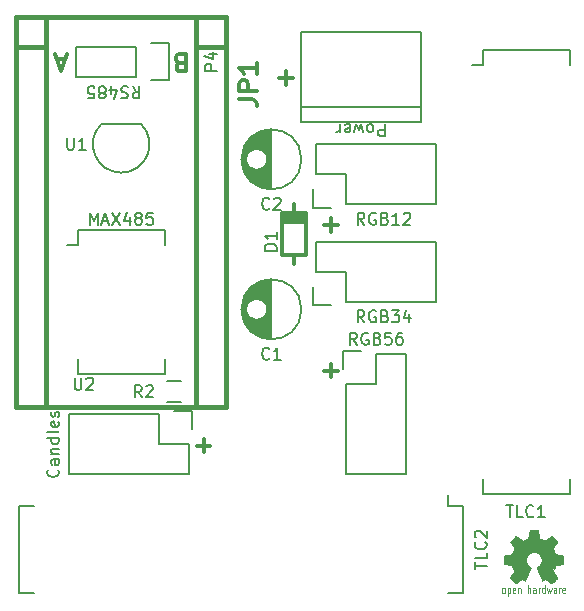
<source format=gbr>
G04 #@! TF.FileFunction,Legend,Top*
%FSLAX46Y46*%
G04 Gerber Fmt 4.6, Leading zero omitted, Abs format (unit mm)*
G04 Created by KiCad (PCBNEW 4.0.2-stable) date 4-8-2016 14:42:32*
%MOMM*%
G01*
G04 APERTURE LIST*
%ADD10C,0.100000*%
%ADD11C,0.300000*%
%ADD12C,0.150000*%
%ADD13C,0.381000*%
%ADD14C,0.075000*%
%ADD15C,0.002540*%
%ADD16C,0.304800*%
%ADD17C,0.203200*%
G04 APERTURE END LIST*
D10*
D11*
X74802143Y-82290000D02*
X74087857Y-82290000D01*
X74945000Y-81861429D02*
X74445000Y-83361429D01*
X73945000Y-81861429D01*
X84497857Y-82647143D02*
X84283571Y-82575714D01*
X84212143Y-82504286D01*
X84140714Y-82361429D01*
X84140714Y-82147143D01*
X84212143Y-82004286D01*
X84283571Y-81932857D01*
X84426429Y-81861429D01*
X84997857Y-81861429D01*
X84997857Y-83361429D01*
X84497857Y-83361429D01*
X84355000Y-83290000D01*
X84283571Y-83218571D01*
X84212143Y-83075714D01*
X84212143Y-82932857D01*
X84283571Y-82790000D01*
X84355000Y-82718571D01*
X84497857Y-82647143D01*
X84997857Y-82647143D01*
D12*
X80485238Y-84627619D02*
X80818572Y-85103810D01*
X81056667Y-84627619D02*
X81056667Y-85627619D01*
X80675714Y-85627619D01*
X80580476Y-85580000D01*
X80532857Y-85532381D01*
X80485238Y-85437143D01*
X80485238Y-85294286D01*
X80532857Y-85199048D01*
X80580476Y-85151429D01*
X80675714Y-85103810D01*
X81056667Y-85103810D01*
X80104286Y-84675238D02*
X79961429Y-84627619D01*
X79723333Y-84627619D01*
X79628095Y-84675238D01*
X79580476Y-84722857D01*
X79532857Y-84818095D01*
X79532857Y-84913333D01*
X79580476Y-85008571D01*
X79628095Y-85056190D01*
X79723333Y-85103810D01*
X79913810Y-85151429D01*
X80009048Y-85199048D01*
X80056667Y-85246667D01*
X80104286Y-85341905D01*
X80104286Y-85437143D01*
X80056667Y-85532381D01*
X80009048Y-85580000D01*
X79913810Y-85627619D01*
X79675714Y-85627619D01*
X79532857Y-85580000D01*
X78675714Y-85294286D02*
X78675714Y-84627619D01*
X78913810Y-85675238D02*
X79151905Y-84960952D01*
X78532857Y-84960952D01*
X78009048Y-85199048D02*
X78104286Y-85246667D01*
X78151905Y-85294286D01*
X78199524Y-85389524D01*
X78199524Y-85437143D01*
X78151905Y-85532381D01*
X78104286Y-85580000D01*
X78009048Y-85627619D01*
X77818571Y-85627619D01*
X77723333Y-85580000D01*
X77675714Y-85532381D01*
X77628095Y-85437143D01*
X77628095Y-85389524D01*
X77675714Y-85294286D01*
X77723333Y-85246667D01*
X77818571Y-85199048D01*
X78009048Y-85199048D01*
X78104286Y-85151429D01*
X78151905Y-85103810D01*
X78199524Y-85008571D01*
X78199524Y-84818095D01*
X78151905Y-84722857D01*
X78104286Y-84675238D01*
X78009048Y-84627619D01*
X77818571Y-84627619D01*
X77723333Y-84675238D01*
X77675714Y-84722857D01*
X77628095Y-84818095D01*
X77628095Y-85008571D01*
X77675714Y-85103810D01*
X77723333Y-85151429D01*
X77818571Y-85199048D01*
X76723333Y-85627619D02*
X77199524Y-85627619D01*
X77247143Y-85151429D01*
X77199524Y-85199048D01*
X77104286Y-85246667D01*
X76866190Y-85246667D01*
X76770952Y-85199048D01*
X76723333Y-85151429D01*
X76675714Y-85056190D01*
X76675714Y-84818095D01*
X76723333Y-84722857D01*
X76770952Y-84675238D01*
X76866190Y-84627619D01*
X77104286Y-84627619D01*
X77199524Y-84675238D01*
X77247143Y-84722857D01*
D11*
X85938572Y-115032143D02*
X87081429Y-115032143D01*
X86510000Y-115603571D02*
X86510000Y-114460714D01*
X96733572Y-108682143D02*
X97876429Y-108682143D01*
X97305000Y-109253571D02*
X97305000Y-108110714D01*
X96733572Y-96363143D02*
X97876429Y-96363143D01*
X97305000Y-96934571D02*
X97305000Y-95791714D01*
X92923572Y-83917143D02*
X94066429Y-83917143D01*
X93495000Y-84488571D02*
X93495000Y-83345714D01*
D12*
X101821191Y-87802619D02*
X101821191Y-88802619D01*
X101440238Y-88802619D01*
X101345000Y-88755000D01*
X101297381Y-88707381D01*
X101249762Y-88612143D01*
X101249762Y-88469286D01*
X101297381Y-88374048D01*
X101345000Y-88326429D01*
X101440238Y-88278810D01*
X101821191Y-88278810D01*
X100678334Y-87802619D02*
X100773572Y-87850238D01*
X100821191Y-87897857D01*
X100868810Y-87993095D01*
X100868810Y-88278810D01*
X100821191Y-88374048D01*
X100773572Y-88421667D01*
X100678334Y-88469286D01*
X100535476Y-88469286D01*
X100440238Y-88421667D01*
X100392619Y-88374048D01*
X100345000Y-88278810D01*
X100345000Y-87993095D01*
X100392619Y-87897857D01*
X100440238Y-87850238D01*
X100535476Y-87802619D01*
X100678334Y-87802619D01*
X100011667Y-88469286D02*
X99821191Y-87802619D01*
X99630714Y-88278810D01*
X99440238Y-87802619D01*
X99249762Y-88469286D01*
X98487857Y-87850238D02*
X98583095Y-87802619D01*
X98773572Y-87802619D01*
X98868810Y-87850238D01*
X98916429Y-87945476D01*
X98916429Y-88326429D01*
X98868810Y-88421667D01*
X98773572Y-88469286D01*
X98583095Y-88469286D01*
X98487857Y-88421667D01*
X98440238Y-88326429D01*
X98440238Y-88231190D01*
X98916429Y-88135952D01*
X98011667Y-87802619D02*
X98011667Y-88469286D01*
X98011667Y-88278810D02*
X97964048Y-88374048D01*
X97916429Y-88421667D01*
X97821191Y-88469286D01*
X97725952Y-88469286D01*
X92170000Y-105994000D02*
X92170000Y-100996000D01*
X92030000Y-105986000D02*
X92030000Y-101004000D01*
X91890000Y-105970000D02*
X91890000Y-103590000D01*
X91890000Y-103400000D02*
X91890000Y-101020000D01*
X91750000Y-105946000D02*
X91750000Y-103985000D01*
X91750000Y-103005000D02*
X91750000Y-101044000D01*
X91610000Y-105913000D02*
X91610000Y-104152000D01*
X91610000Y-102838000D02*
X91610000Y-101077000D01*
X91470000Y-105872000D02*
X91470000Y-104259000D01*
X91470000Y-102731000D02*
X91470000Y-101118000D01*
X91330000Y-105822000D02*
X91330000Y-104330000D01*
X91330000Y-102660000D02*
X91330000Y-101168000D01*
X91190000Y-105761000D02*
X91190000Y-104374000D01*
X91190000Y-102616000D02*
X91190000Y-101229000D01*
X91050000Y-105691000D02*
X91050000Y-104393000D01*
X91050000Y-102597000D02*
X91050000Y-101299000D01*
X90910000Y-105609000D02*
X90910000Y-104391000D01*
X90910000Y-102599000D02*
X90910000Y-101381000D01*
X90770000Y-105514000D02*
X90770000Y-104366000D01*
X90770000Y-102624000D02*
X90770000Y-101476000D01*
X90630000Y-105403000D02*
X90630000Y-104318000D01*
X90630000Y-102672000D02*
X90630000Y-101587000D01*
X90490000Y-105275000D02*
X90490000Y-104240000D01*
X90490000Y-102750000D02*
X90490000Y-101715000D01*
X90350000Y-105126000D02*
X90350000Y-104123000D01*
X90350000Y-102867000D02*
X90350000Y-101864000D01*
X90210000Y-104947000D02*
X90210000Y-103935000D01*
X90210000Y-103055000D02*
X90210000Y-102043000D01*
X90070000Y-104728000D02*
X90070000Y-102262000D01*
X89930000Y-104439000D02*
X89930000Y-102551000D01*
X89790000Y-103967000D02*
X89790000Y-103023000D01*
X91895000Y-103495000D02*
G75*
G03X91895000Y-103495000I-900000J0D01*
G01*
X94782500Y-103495000D02*
G75*
G03X94782500Y-103495000I-2537500J0D01*
G01*
X92170000Y-93294000D02*
X92170000Y-88296000D01*
X92030000Y-93286000D02*
X92030000Y-88304000D01*
X91890000Y-93270000D02*
X91890000Y-90890000D01*
X91890000Y-90700000D02*
X91890000Y-88320000D01*
X91750000Y-93246000D02*
X91750000Y-91285000D01*
X91750000Y-90305000D02*
X91750000Y-88344000D01*
X91610000Y-93213000D02*
X91610000Y-91452000D01*
X91610000Y-90138000D02*
X91610000Y-88377000D01*
X91470000Y-93172000D02*
X91470000Y-91559000D01*
X91470000Y-90031000D02*
X91470000Y-88418000D01*
X91330000Y-93122000D02*
X91330000Y-91630000D01*
X91330000Y-89960000D02*
X91330000Y-88468000D01*
X91190000Y-93061000D02*
X91190000Y-91674000D01*
X91190000Y-89916000D02*
X91190000Y-88529000D01*
X91050000Y-92991000D02*
X91050000Y-91693000D01*
X91050000Y-89897000D02*
X91050000Y-88599000D01*
X90910000Y-92909000D02*
X90910000Y-91691000D01*
X90910000Y-89899000D02*
X90910000Y-88681000D01*
X90770000Y-92814000D02*
X90770000Y-91666000D01*
X90770000Y-89924000D02*
X90770000Y-88776000D01*
X90630000Y-92703000D02*
X90630000Y-91618000D01*
X90630000Y-89972000D02*
X90630000Y-88887000D01*
X90490000Y-92575000D02*
X90490000Y-91540000D01*
X90490000Y-90050000D02*
X90490000Y-89015000D01*
X90350000Y-92426000D02*
X90350000Y-91423000D01*
X90350000Y-90167000D02*
X90350000Y-89164000D01*
X90210000Y-92247000D02*
X90210000Y-91235000D01*
X90210000Y-90355000D02*
X90210000Y-89343000D01*
X90070000Y-92028000D02*
X90070000Y-89562000D01*
X89930000Y-91739000D02*
X89930000Y-89851000D01*
X89790000Y-91267000D02*
X89790000Y-90323000D01*
X91895000Y-90795000D02*
G75*
G03X91895000Y-90795000I-900000J0D01*
G01*
X94782500Y-90795000D02*
G75*
G03X94782500Y-90795000I-2537500J0D01*
G01*
D13*
X85875000Y-78730000D02*
X85875000Y-111750000D01*
X88415000Y-78730000D02*
X88415000Y-111750000D01*
X70635000Y-111750000D02*
X70635000Y-78730000D01*
X73175000Y-78730000D02*
X73175000Y-111750000D01*
X70635000Y-111750000D02*
X88415000Y-111750000D01*
X70635000Y-78730000D02*
X88415000Y-78730000D01*
X88415000Y-81270000D02*
X85875000Y-81270000D01*
X70635000Y-81270000D02*
X73175000Y-81270000D01*
D12*
X98575000Y-94605000D02*
X106195000Y-94605000D01*
X106195000Y-94605000D02*
X106195000Y-89525000D01*
X106195000Y-89525000D02*
X96035000Y-89525000D01*
X96035000Y-89525000D02*
X96035000Y-92065000D01*
X95755000Y-93335000D02*
X95755000Y-94885000D01*
X96035000Y-92065000D02*
X98575000Y-92065000D01*
X98575000Y-92065000D02*
X98575000Y-94605000D01*
X95755000Y-94885000D02*
X97305000Y-94885000D01*
X104925000Y-86350000D02*
X94765000Y-86350000D01*
X104925000Y-87620000D02*
X104925000Y-80000000D01*
X104925000Y-80000000D02*
X94765000Y-80000000D01*
X94765000Y-80000000D02*
X94765000Y-87620000D01*
X94765000Y-87620000D02*
X104925000Y-87620000D01*
X98575000Y-102860000D02*
X106195000Y-102860000D01*
X106195000Y-102860000D02*
X106195000Y-97780000D01*
X106195000Y-97780000D02*
X96035000Y-97780000D01*
X96035000Y-97780000D02*
X96035000Y-100320000D01*
X95755000Y-101590000D02*
X95755000Y-103140000D01*
X96035000Y-100320000D02*
X98575000Y-100320000D01*
X98575000Y-100320000D02*
X98575000Y-102860000D01*
X95755000Y-103140000D02*
X97305000Y-103140000D01*
X80795000Y-81270000D02*
X75715000Y-81270000D01*
X75715000Y-81270000D02*
X75715000Y-83810000D01*
X75715000Y-83810000D02*
X80795000Y-83810000D01*
X83615000Y-84090000D02*
X82065000Y-84090000D01*
X80795000Y-83810000D02*
X80795000Y-81270000D01*
X82065000Y-80990000D02*
X83615000Y-80990000D01*
X83615000Y-80990000D02*
X83615000Y-84090000D01*
X98575000Y-109845000D02*
X98575000Y-117465000D01*
X98575000Y-117465000D02*
X103655000Y-117465000D01*
X103655000Y-117465000D02*
X103655000Y-107305000D01*
X103655000Y-107305000D02*
X101115000Y-107305000D01*
X99845000Y-107025000D02*
X98295000Y-107025000D01*
X101115000Y-107305000D02*
X101115000Y-109845000D01*
X101115000Y-109845000D02*
X98575000Y-109845000D01*
X98295000Y-107025000D02*
X98295000Y-108575000D01*
X82700000Y-112385000D02*
X75080000Y-112385000D01*
X75080000Y-112385000D02*
X75080000Y-117465000D01*
X75080000Y-117465000D02*
X85240000Y-117465000D01*
X85240000Y-117465000D02*
X85240000Y-114925000D01*
X85520000Y-113655000D02*
X85520000Y-112105000D01*
X85240000Y-114925000D02*
X82700000Y-114925000D01*
X82700000Y-114925000D02*
X82700000Y-112385000D01*
X85520000Y-112105000D02*
X83970000Y-112105000D01*
X81225000Y-87825000D02*
X77825000Y-87825000D01*
X81222056Y-87827944D02*
G75*
G02X79525000Y-91925000I-1697056J-1697056D01*
G01*
X77827944Y-87827944D02*
G75*
G03X79525000Y-91925000I1697056J-1697056D01*
G01*
X75850000Y-96755000D02*
X75850000Y-98025000D01*
X83200000Y-96755000D02*
X83200000Y-98025000D01*
X83200000Y-108965000D02*
X83200000Y-107695000D01*
X75850000Y-108965000D02*
X75850000Y-107695000D01*
X75850000Y-96755000D02*
X83200000Y-96755000D01*
X75850000Y-108965000D02*
X83200000Y-108965000D01*
X75850000Y-98025000D02*
X74915000Y-98025000D01*
X84570000Y-111355000D02*
X83370000Y-111355000D01*
X83370000Y-109605000D02*
X84570000Y-109605000D01*
X110140000Y-81515000D02*
X110140000Y-82785000D01*
X117490000Y-81515000D02*
X117490000Y-82785000D01*
X117490000Y-119125000D02*
X117490000Y-117855000D01*
X110140000Y-119125000D02*
X110140000Y-117855000D01*
X110140000Y-81515000D02*
X117490000Y-81515000D01*
X110140000Y-119125000D02*
X117490000Y-119125000D01*
X110140000Y-82785000D02*
X109205000Y-82785000D01*
X108490000Y-120140000D02*
X107220000Y-120140000D01*
X108490000Y-127490000D02*
X107220000Y-127490000D01*
X70880000Y-127490000D02*
X72150000Y-127490000D01*
X70880000Y-120140000D02*
X72150000Y-120140000D01*
X108490000Y-120140000D02*
X108490000Y-127490000D01*
X70880000Y-120140000D02*
X70880000Y-127490000D01*
X107220000Y-120140000D02*
X107220000Y-119205000D01*
D14*
X116610000Y-127070000D02*
X116610000Y-127530000D01*
X116700000Y-127070000D02*
X116750000Y-127070000D01*
X116650000Y-127100000D02*
X116700000Y-127070000D01*
X116630000Y-127120000D02*
X116650000Y-127100000D01*
X116610000Y-127190000D02*
X116630000Y-127120000D01*
X117050000Y-127530000D02*
X117100000Y-127500000D01*
X116950000Y-127530000D02*
X117050000Y-127530000D01*
X116910000Y-127500000D02*
X116950000Y-127530000D01*
X116890000Y-127430000D02*
X116910000Y-127500000D01*
X116890000Y-127160000D02*
X116890000Y-127430000D01*
X116920000Y-127100000D02*
X116890000Y-127160000D01*
X116960000Y-127070000D02*
X116920000Y-127100000D01*
X117060000Y-127070000D02*
X116960000Y-127070000D01*
X117100000Y-127110000D02*
X117060000Y-127070000D01*
X117120000Y-127180000D02*
X117100000Y-127110000D01*
X117120000Y-127300000D02*
X117120000Y-127180000D01*
X117120000Y-127300000D02*
X116890000Y-127300000D01*
X116370000Y-127160000D02*
X116370000Y-127530000D01*
X116340000Y-127100000D02*
X116370000Y-127160000D01*
X116300000Y-127070000D02*
X116340000Y-127100000D01*
X116200000Y-127070000D02*
X116300000Y-127070000D01*
X116150000Y-127100000D02*
X116200000Y-127070000D01*
X116210000Y-127260000D02*
X116160000Y-127290000D01*
X116330000Y-127260000D02*
X116210000Y-127260000D01*
X116370000Y-127230000D02*
X116330000Y-127260000D01*
X116320000Y-127530000D02*
X116370000Y-127490000D01*
X116200000Y-127530000D02*
X116320000Y-127530000D01*
X116150000Y-127490000D02*
X116200000Y-127530000D01*
X116130000Y-127430000D02*
X116150000Y-127490000D01*
X116130000Y-127360000D02*
X116130000Y-127430000D01*
X116160000Y-127290000D02*
X116130000Y-127360000D01*
X115580000Y-127070000D02*
X115680000Y-127530000D01*
X115680000Y-127530000D02*
X115770000Y-127190000D01*
X115770000Y-127190000D02*
X115870000Y-127530000D01*
X115870000Y-127530000D02*
X115970000Y-127070000D01*
X115390000Y-127500000D02*
X115350000Y-127530000D01*
X115350000Y-127530000D02*
X115240000Y-127530000D01*
X115240000Y-127530000D02*
X115200000Y-127500000D01*
X115200000Y-127500000D02*
X115180000Y-127470000D01*
X115180000Y-127470000D02*
X115150000Y-127400000D01*
X115150000Y-127400000D02*
X115150000Y-127200000D01*
X115150000Y-127200000D02*
X115180000Y-127130000D01*
X115180000Y-127130000D02*
X115200000Y-127100000D01*
X115200000Y-127100000D02*
X115260000Y-127060000D01*
X115260000Y-127060000D02*
X115330000Y-127060000D01*
X115330000Y-127060000D02*
X115390000Y-127100000D01*
X115390000Y-126830000D02*
X115390000Y-127530000D01*
X114870000Y-127190000D02*
X114890000Y-127120000D01*
X114890000Y-127120000D02*
X114910000Y-127100000D01*
X114910000Y-127100000D02*
X114960000Y-127070000D01*
X114960000Y-127070000D02*
X115010000Y-127070000D01*
X114870000Y-127070000D02*
X114870000Y-127530000D01*
X114420000Y-127290000D02*
X114390000Y-127360000D01*
X114390000Y-127360000D02*
X114390000Y-127430000D01*
X114390000Y-127430000D02*
X114410000Y-127490000D01*
X114410000Y-127490000D02*
X114460000Y-127530000D01*
X114460000Y-127530000D02*
X114580000Y-127530000D01*
X114580000Y-127530000D02*
X114630000Y-127490000D01*
X114630000Y-127230000D02*
X114590000Y-127260000D01*
X114590000Y-127260000D02*
X114470000Y-127260000D01*
X114470000Y-127260000D02*
X114420000Y-127290000D01*
X114410000Y-127100000D02*
X114460000Y-127070000D01*
X114460000Y-127070000D02*
X114560000Y-127070000D01*
X114560000Y-127070000D02*
X114600000Y-127100000D01*
X114600000Y-127100000D02*
X114630000Y-127160000D01*
X114630000Y-127160000D02*
X114630000Y-127530000D01*
X113960000Y-127140000D02*
X113980000Y-127100000D01*
X113980000Y-127100000D02*
X114030000Y-127070000D01*
X114030000Y-127070000D02*
X114110000Y-127070000D01*
X114110000Y-127070000D02*
X114150000Y-127100000D01*
X114150000Y-127100000D02*
X114170000Y-127160000D01*
X114170000Y-127160000D02*
X114170000Y-127530000D01*
X113960000Y-126830000D02*
X113960000Y-127530000D01*
X112910000Y-127300000D02*
X112680000Y-127300000D01*
X113130000Y-127130000D02*
X113150000Y-127100000D01*
X113150000Y-127100000D02*
X113190000Y-127070000D01*
X113190000Y-127070000D02*
X113280000Y-127070000D01*
X113280000Y-127070000D02*
X113320000Y-127100000D01*
X113320000Y-127100000D02*
X113340000Y-127160000D01*
X113340000Y-127160000D02*
X113340000Y-127530000D01*
X113130000Y-127070000D02*
X113130000Y-127530000D01*
X112910000Y-127300000D02*
X112910000Y-127180000D01*
X112910000Y-127180000D02*
X112890000Y-127110000D01*
X112890000Y-127110000D02*
X112850000Y-127070000D01*
X112850000Y-127070000D02*
X112750000Y-127070000D01*
X112750000Y-127070000D02*
X112710000Y-127100000D01*
X112710000Y-127100000D02*
X112680000Y-127160000D01*
X112680000Y-127160000D02*
X112680000Y-127430000D01*
X112680000Y-127430000D02*
X112700000Y-127500000D01*
X112700000Y-127500000D02*
X112740000Y-127530000D01*
X112740000Y-127530000D02*
X112840000Y-127530000D01*
X112840000Y-127530000D02*
X112890000Y-127500000D01*
X112250000Y-127100000D02*
X112290000Y-127070000D01*
X112290000Y-127070000D02*
X112390000Y-127070000D01*
X112390000Y-127070000D02*
X112430000Y-127100000D01*
X112430000Y-127100000D02*
X112460000Y-127130000D01*
X112460000Y-127130000D02*
X112480000Y-127190000D01*
X112480000Y-127190000D02*
X112480000Y-127410000D01*
X112480000Y-127410000D02*
X112460000Y-127470000D01*
X112460000Y-127470000D02*
X112440000Y-127500000D01*
X112440000Y-127500000D02*
X112400000Y-127530000D01*
X112400000Y-127530000D02*
X112300000Y-127530000D01*
X112300000Y-127530000D02*
X112250000Y-127500000D01*
X112250000Y-127770000D02*
X112250000Y-127070000D01*
X111940000Y-127070000D02*
X111860000Y-127070000D01*
X111860000Y-127070000D02*
X111820000Y-127100000D01*
X111820000Y-127100000D02*
X111800000Y-127130000D01*
X111800000Y-127130000D02*
X111770000Y-127200000D01*
X111860000Y-127530000D02*
X111940000Y-127530000D01*
X111940000Y-127530000D02*
X111990000Y-127500000D01*
X111990000Y-127500000D02*
X112010000Y-127470000D01*
X112010000Y-127470000D02*
X112030000Y-127400000D01*
X112030000Y-127400000D02*
X112030000Y-127200000D01*
X112030000Y-127200000D02*
X112010000Y-127140000D01*
X112010000Y-127140000D02*
X111990000Y-127110000D01*
X111990000Y-127110000D02*
X111940000Y-127070000D01*
X111770000Y-127200000D02*
X111770000Y-127400000D01*
X111770000Y-127400000D02*
X111790000Y-127460000D01*
X111790000Y-127460000D02*
X111810000Y-127490000D01*
X111810000Y-127490000D02*
X111860000Y-127530000D01*
D15*
G36*
X112936160Y-126695360D02*
X112961560Y-126680120D01*
X113019980Y-126644560D01*
X113103800Y-126588680D01*
X113202860Y-126522640D01*
X113301920Y-126456600D01*
X113383200Y-126403260D01*
X113439080Y-126365160D01*
X113464480Y-126352460D01*
X113477180Y-126357540D01*
X113522900Y-126380400D01*
X113591480Y-126415960D01*
X113632120Y-126436280D01*
X113693080Y-126461680D01*
X113726100Y-126469300D01*
X113731180Y-126459140D01*
X113754040Y-126410880D01*
X113789600Y-126329600D01*
X113835320Y-126220380D01*
X113891200Y-126093380D01*
X113947080Y-125958760D01*
X114005500Y-125819060D01*
X114061380Y-125684440D01*
X114109640Y-125565060D01*
X114150280Y-125468540D01*
X114175680Y-125399960D01*
X114185840Y-125372020D01*
X114183300Y-125364400D01*
X114150280Y-125333920D01*
X114096940Y-125293280D01*
X113977560Y-125196760D01*
X113860720Y-125051980D01*
X113789600Y-124886880D01*
X113766740Y-124701460D01*
X113787060Y-124531280D01*
X113853100Y-124368720D01*
X113967400Y-124221400D01*
X114107100Y-124112180D01*
X114269660Y-124043600D01*
X114450000Y-124020740D01*
X114622720Y-124041060D01*
X114790360Y-124107100D01*
X114937680Y-124218860D01*
X115001180Y-124289980D01*
X115087540Y-124439840D01*
X115135800Y-124597320D01*
X115140880Y-124637960D01*
X115133260Y-124813220D01*
X115082460Y-124983400D01*
X114988480Y-125133260D01*
X114858940Y-125257720D01*
X114843700Y-125267880D01*
X114785280Y-125313600D01*
X114744640Y-125344080D01*
X114714160Y-125369480D01*
X114937680Y-125907960D01*
X114973240Y-125991780D01*
X115034200Y-126139100D01*
X115087540Y-126266100D01*
X115130720Y-126367700D01*
X115161200Y-126433740D01*
X115173900Y-126461680D01*
X115173900Y-126464220D01*
X115194220Y-126466760D01*
X115234860Y-126451520D01*
X115311060Y-126415960D01*
X115359320Y-126390560D01*
X115417740Y-126362620D01*
X115443140Y-126352460D01*
X115466000Y-126365160D01*
X115519340Y-126400720D01*
X115600620Y-126454060D01*
X115697140Y-126517560D01*
X115788580Y-126581060D01*
X115872400Y-126636940D01*
X115933360Y-126675040D01*
X115963840Y-126692820D01*
X115968920Y-126692820D01*
X115994320Y-126677580D01*
X116042580Y-126636940D01*
X116116240Y-126568360D01*
X116220380Y-126464220D01*
X116235620Y-126448980D01*
X116321980Y-126362620D01*
X116390560Y-126288960D01*
X116436280Y-126238160D01*
X116454060Y-126215300D01*
X116454060Y-126215300D01*
X116438820Y-126184820D01*
X116400720Y-126123860D01*
X116344840Y-126037500D01*
X116276260Y-125938440D01*
X116098460Y-125679360D01*
X116194980Y-125435520D01*
X116225460Y-125359320D01*
X116263560Y-125270420D01*
X116291500Y-125204380D01*
X116306740Y-125176440D01*
X116332140Y-125166280D01*
X116400720Y-125151040D01*
X116497240Y-125130720D01*
X116611540Y-125110400D01*
X116723300Y-125090080D01*
X116822360Y-125069760D01*
X116893480Y-125057060D01*
X116926500Y-125049440D01*
X116934120Y-125044360D01*
X116941740Y-125029120D01*
X116944280Y-124996100D01*
X116946820Y-124935140D01*
X116949360Y-124841160D01*
X116949360Y-124701460D01*
X116949360Y-124686220D01*
X116946820Y-124556680D01*
X116944280Y-124450000D01*
X116941740Y-124383960D01*
X116936660Y-124356020D01*
X116936660Y-124356020D01*
X116906180Y-124348400D01*
X116835060Y-124333160D01*
X116736000Y-124315380D01*
X116616620Y-124292520D01*
X116609000Y-124289980D01*
X116492160Y-124267120D01*
X116393100Y-124246800D01*
X116321980Y-124231560D01*
X116294040Y-124221400D01*
X116286420Y-124213780D01*
X116263560Y-124168060D01*
X116230540Y-124094400D01*
X116189900Y-124005500D01*
X116151800Y-123911520D01*
X116118780Y-123827700D01*
X116095920Y-123766740D01*
X116088300Y-123738800D01*
X116090840Y-123736260D01*
X116108620Y-123708320D01*
X116149260Y-123647360D01*
X116205140Y-123563540D01*
X116273720Y-123461940D01*
X116278800Y-123454320D01*
X116347380Y-123355260D01*
X116403260Y-123268900D01*
X116438820Y-123210480D01*
X116454060Y-123182540D01*
X116454060Y-123180000D01*
X116431200Y-123149520D01*
X116380400Y-123093640D01*
X116306740Y-123017440D01*
X116220380Y-122928540D01*
X116192440Y-122903140D01*
X116093380Y-122806620D01*
X116027340Y-122745660D01*
X115984160Y-122712640D01*
X115963840Y-122705020D01*
X115963840Y-122705020D01*
X115933360Y-122722800D01*
X115869860Y-122763440D01*
X115786040Y-122821860D01*
X115684440Y-122890440D01*
X115676820Y-122895520D01*
X115577760Y-122964100D01*
X115493940Y-123019980D01*
X115435520Y-123060620D01*
X115407580Y-123075860D01*
X115405040Y-123075860D01*
X115364400Y-123063160D01*
X115293280Y-123037760D01*
X115204380Y-123004740D01*
X115112940Y-122966640D01*
X115029120Y-122931080D01*
X114965620Y-122903140D01*
X114935140Y-122885360D01*
X114935140Y-122885360D01*
X114924980Y-122849800D01*
X114907200Y-122773600D01*
X114886880Y-122672000D01*
X114861480Y-122550080D01*
X114858940Y-122529760D01*
X114836080Y-122410380D01*
X114818300Y-122311320D01*
X114803060Y-122242740D01*
X114795440Y-122214800D01*
X114780200Y-122212260D01*
X114721780Y-122207180D01*
X114632880Y-122204640D01*
X114523660Y-122204640D01*
X114411900Y-122204640D01*
X114302680Y-122207180D01*
X114208700Y-122209720D01*
X114140120Y-122214800D01*
X114112180Y-122219880D01*
X114112180Y-122222420D01*
X114102020Y-122260520D01*
X114084240Y-122334180D01*
X114063920Y-122438320D01*
X114041060Y-122560240D01*
X114035980Y-122583100D01*
X114013120Y-122699940D01*
X113992800Y-122799000D01*
X113980100Y-122865040D01*
X113972480Y-122892980D01*
X113959780Y-122898060D01*
X113911520Y-122918380D01*
X113832780Y-122951400D01*
X113733720Y-122992040D01*
X113505120Y-123083480D01*
X113223180Y-122892980D01*
X113197780Y-122875200D01*
X113096180Y-122806620D01*
X113014900Y-122750740D01*
X112956480Y-122712640D01*
X112933620Y-122699940D01*
X112931080Y-122699940D01*
X112903140Y-122725340D01*
X112847260Y-122778680D01*
X112771060Y-122852340D01*
X112682160Y-122938700D01*
X112618660Y-123004740D01*
X112539920Y-123083480D01*
X112491660Y-123136820D01*
X112463720Y-123169840D01*
X112456100Y-123190160D01*
X112458640Y-123205400D01*
X112476420Y-123233340D01*
X112517060Y-123294300D01*
X112575480Y-123380660D01*
X112644060Y-123479720D01*
X112699940Y-123563540D01*
X112760900Y-123657520D01*
X112799000Y-123723560D01*
X112814240Y-123756580D01*
X112809160Y-123769280D01*
X112791380Y-123825160D01*
X112755820Y-123908980D01*
X112715180Y-124008040D01*
X112616120Y-124229020D01*
X112471340Y-124256960D01*
X112382440Y-124274740D01*
X112260520Y-124297600D01*
X112141140Y-124320460D01*
X111958260Y-124356020D01*
X111950640Y-125031660D01*
X111978580Y-125044360D01*
X112006520Y-125051980D01*
X112075100Y-125067220D01*
X112171620Y-125087540D01*
X112288460Y-125107860D01*
X112384980Y-125125640D01*
X112484040Y-125145960D01*
X112555160Y-125158660D01*
X112585640Y-125166280D01*
X112595800Y-125176440D01*
X112618660Y-125224700D01*
X112654220Y-125300900D01*
X112694860Y-125392340D01*
X112732960Y-125486320D01*
X112768520Y-125575220D01*
X112791380Y-125641260D01*
X112801540Y-125674280D01*
X112788840Y-125702220D01*
X112750740Y-125760640D01*
X112697400Y-125841920D01*
X112628820Y-125940980D01*
X112562780Y-126037500D01*
X112504360Y-126121320D01*
X112466260Y-126182280D01*
X112448480Y-126210220D01*
X112458640Y-126228000D01*
X112496740Y-126276260D01*
X112570400Y-126352460D01*
X112682160Y-126461680D01*
X112699940Y-126479460D01*
X112786300Y-126563280D01*
X112859960Y-126631860D01*
X112913300Y-126677580D01*
X112936160Y-126695360D01*
X112936160Y-126695360D01*
G37*
X112936160Y-126695360D02*
X112961560Y-126680120D01*
X113019980Y-126644560D01*
X113103800Y-126588680D01*
X113202860Y-126522640D01*
X113301920Y-126456600D01*
X113383200Y-126403260D01*
X113439080Y-126365160D01*
X113464480Y-126352460D01*
X113477180Y-126357540D01*
X113522900Y-126380400D01*
X113591480Y-126415960D01*
X113632120Y-126436280D01*
X113693080Y-126461680D01*
X113726100Y-126469300D01*
X113731180Y-126459140D01*
X113754040Y-126410880D01*
X113789600Y-126329600D01*
X113835320Y-126220380D01*
X113891200Y-126093380D01*
X113947080Y-125958760D01*
X114005500Y-125819060D01*
X114061380Y-125684440D01*
X114109640Y-125565060D01*
X114150280Y-125468540D01*
X114175680Y-125399960D01*
X114185840Y-125372020D01*
X114183300Y-125364400D01*
X114150280Y-125333920D01*
X114096940Y-125293280D01*
X113977560Y-125196760D01*
X113860720Y-125051980D01*
X113789600Y-124886880D01*
X113766740Y-124701460D01*
X113787060Y-124531280D01*
X113853100Y-124368720D01*
X113967400Y-124221400D01*
X114107100Y-124112180D01*
X114269660Y-124043600D01*
X114450000Y-124020740D01*
X114622720Y-124041060D01*
X114790360Y-124107100D01*
X114937680Y-124218860D01*
X115001180Y-124289980D01*
X115087540Y-124439840D01*
X115135800Y-124597320D01*
X115140880Y-124637960D01*
X115133260Y-124813220D01*
X115082460Y-124983400D01*
X114988480Y-125133260D01*
X114858940Y-125257720D01*
X114843700Y-125267880D01*
X114785280Y-125313600D01*
X114744640Y-125344080D01*
X114714160Y-125369480D01*
X114937680Y-125907960D01*
X114973240Y-125991780D01*
X115034200Y-126139100D01*
X115087540Y-126266100D01*
X115130720Y-126367700D01*
X115161200Y-126433740D01*
X115173900Y-126461680D01*
X115173900Y-126464220D01*
X115194220Y-126466760D01*
X115234860Y-126451520D01*
X115311060Y-126415960D01*
X115359320Y-126390560D01*
X115417740Y-126362620D01*
X115443140Y-126352460D01*
X115466000Y-126365160D01*
X115519340Y-126400720D01*
X115600620Y-126454060D01*
X115697140Y-126517560D01*
X115788580Y-126581060D01*
X115872400Y-126636940D01*
X115933360Y-126675040D01*
X115963840Y-126692820D01*
X115968920Y-126692820D01*
X115994320Y-126677580D01*
X116042580Y-126636940D01*
X116116240Y-126568360D01*
X116220380Y-126464220D01*
X116235620Y-126448980D01*
X116321980Y-126362620D01*
X116390560Y-126288960D01*
X116436280Y-126238160D01*
X116454060Y-126215300D01*
X116454060Y-126215300D01*
X116438820Y-126184820D01*
X116400720Y-126123860D01*
X116344840Y-126037500D01*
X116276260Y-125938440D01*
X116098460Y-125679360D01*
X116194980Y-125435520D01*
X116225460Y-125359320D01*
X116263560Y-125270420D01*
X116291500Y-125204380D01*
X116306740Y-125176440D01*
X116332140Y-125166280D01*
X116400720Y-125151040D01*
X116497240Y-125130720D01*
X116611540Y-125110400D01*
X116723300Y-125090080D01*
X116822360Y-125069760D01*
X116893480Y-125057060D01*
X116926500Y-125049440D01*
X116934120Y-125044360D01*
X116941740Y-125029120D01*
X116944280Y-124996100D01*
X116946820Y-124935140D01*
X116949360Y-124841160D01*
X116949360Y-124701460D01*
X116949360Y-124686220D01*
X116946820Y-124556680D01*
X116944280Y-124450000D01*
X116941740Y-124383960D01*
X116936660Y-124356020D01*
X116936660Y-124356020D01*
X116906180Y-124348400D01*
X116835060Y-124333160D01*
X116736000Y-124315380D01*
X116616620Y-124292520D01*
X116609000Y-124289980D01*
X116492160Y-124267120D01*
X116393100Y-124246800D01*
X116321980Y-124231560D01*
X116294040Y-124221400D01*
X116286420Y-124213780D01*
X116263560Y-124168060D01*
X116230540Y-124094400D01*
X116189900Y-124005500D01*
X116151800Y-123911520D01*
X116118780Y-123827700D01*
X116095920Y-123766740D01*
X116088300Y-123738800D01*
X116090840Y-123736260D01*
X116108620Y-123708320D01*
X116149260Y-123647360D01*
X116205140Y-123563540D01*
X116273720Y-123461940D01*
X116278800Y-123454320D01*
X116347380Y-123355260D01*
X116403260Y-123268900D01*
X116438820Y-123210480D01*
X116454060Y-123182540D01*
X116454060Y-123180000D01*
X116431200Y-123149520D01*
X116380400Y-123093640D01*
X116306740Y-123017440D01*
X116220380Y-122928540D01*
X116192440Y-122903140D01*
X116093380Y-122806620D01*
X116027340Y-122745660D01*
X115984160Y-122712640D01*
X115963840Y-122705020D01*
X115963840Y-122705020D01*
X115933360Y-122722800D01*
X115869860Y-122763440D01*
X115786040Y-122821860D01*
X115684440Y-122890440D01*
X115676820Y-122895520D01*
X115577760Y-122964100D01*
X115493940Y-123019980D01*
X115435520Y-123060620D01*
X115407580Y-123075860D01*
X115405040Y-123075860D01*
X115364400Y-123063160D01*
X115293280Y-123037760D01*
X115204380Y-123004740D01*
X115112940Y-122966640D01*
X115029120Y-122931080D01*
X114965620Y-122903140D01*
X114935140Y-122885360D01*
X114935140Y-122885360D01*
X114924980Y-122849800D01*
X114907200Y-122773600D01*
X114886880Y-122672000D01*
X114861480Y-122550080D01*
X114858940Y-122529760D01*
X114836080Y-122410380D01*
X114818300Y-122311320D01*
X114803060Y-122242740D01*
X114795440Y-122214800D01*
X114780200Y-122212260D01*
X114721780Y-122207180D01*
X114632880Y-122204640D01*
X114523660Y-122204640D01*
X114411900Y-122204640D01*
X114302680Y-122207180D01*
X114208700Y-122209720D01*
X114140120Y-122214800D01*
X114112180Y-122219880D01*
X114112180Y-122222420D01*
X114102020Y-122260520D01*
X114084240Y-122334180D01*
X114063920Y-122438320D01*
X114041060Y-122560240D01*
X114035980Y-122583100D01*
X114013120Y-122699940D01*
X113992800Y-122799000D01*
X113980100Y-122865040D01*
X113972480Y-122892980D01*
X113959780Y-122898060D01*
X113911520Y-122918380D01*
X113832780Y-122951400D01*
X113733720Y-122992040D01*
X113505120Y-123083480D01*
X113223180Y-122892980D01*
X113197780Y-122875200D01*
X113096180Y-122806620D01*
X113014900Y-122750740D01*
X112956480Y-122712640D01*
X112933620Y-122699940D01*
X112931080Y-122699940D01*
X112903140Y-122725340D01*
X112847260Y-122778680D01*
X112771060Y-122852340D01*
X112682160Y-122938700D01*
X112618660Y-123004740D01*
X112539920Y-123083480D01*
X112491660Y-123136820D01*
X112463720Y-123169840D01*
X112456100Y-123190160D01*
X112458640Y-123205400D01*
X112476420Y-123233340D01*
X112517060Y-123294300D01*
X112575480Y-123380660D01*
X112644060Y-123479720D01*
X112699940Y-123563540D01*
X112760900Y-123657520D01*
X112799000Y-123723560D01*
X112814240Y-123756580D01*
X112809160Y-123769280D01*
X112791380Y-123825160D01*
X112755820Y-123908980D01*
X112715180Y-124008040D01*
X112616120Y-124229020D01*
X112471340Y-124256960D01*
X112382440Y-124274740D01*
X112260520Y-124297600D01*
X112141140Y-124320460D01*
X111958260Y-124356020D01*
X111950640Y-125031660D01*
X111978580Y-125044360D01*
X112006520Y-125051980D01*
X112075100Y-125067220D01*
X112171620Y-125087540D01*
X112288460Y-125107860D01*
X112384980Y-125125640D01*
X112484040Y-125145960D01*
X112555160Y-125158660D01*
X112585640Y-125166280D01*
X112595800Y-125176440D01*
X112618660Y-125224700D01*
X112654220Y-125300900D01*
X112694860Y-125392340D01*
X112732960Y-125486320D01*
X112768520Y-125575220D01*
X112791380Y-125641260D01*
X112801540Y-125674280D01*
X112788840Y-125702220D01*
X112750740Y-125760640D01*
X112697400Y-125841920D01*
X112628820Y-125940980D01*
X112562780Y-126037500D01*
X112504360Y-126121320D01*
X112466260Y-126182280D01*
X112448480Y-126210220D01*
X112458640Y-126228000D01*
X112496740Y-126276260D01*
X112570400Y-126352460D01*
X112682160Y-126461680D01*
X112699940Y-126479460D01*
X112786300Y-126563280D01*
X112859960Y-126631860D01*
X112913300Y-126677580D01*
X112936160Y-126695360D01*
D16*
X93114000Y-95621000D02*
X95146000Y-95621000D01*
X94130000Y-94605000D02*
X94130000Y-95367000D01*
X94130000Y-95367000D02*
X93114000Y-95367000D01*
X93114000Y-95367000D02*
X93114000Y-98923000D01*
X93114000Y-98923000D02*
X94130000Y-98923000D01*
X94130000Y-98923000D02*
X94130000Y-99685000D01*
X94130000Y-98923000D02*
X95146000Y-98923000D01*
X95146000Y-98923000D02*
X95146000Y-95367000D01*
X95146000Y-95367000D02*
X94130000Y-95367000D01*
X93114000Y-95875000D02*
X95146000Y-95875000D01*
X95146000Y-96129000D02*
X93114000Y-96129000D01*
D12*
X92078334Y-107652143D02*
X92030715Y-107699762D01*
X91887858Y-107747381D01*
X91792620Y-107747381D01*
X91649762Y-107699762D01*
X91554524Y-107604524D01*
X91506905Y-107509286D01*
X91459286Y-107318810D01*
X91459286Y-107175952D01*
X91506905Y-106985476D01*
X91554524Y-106890238D01*
X91649762Y-106795000D01*
X91792620Y-106747381D01*
X91887858Y-106747381D01*
X92030715Y-106795000D01*
X92078334Y-106842619D01*
X93030715Y-107747381D02*
X92459286Y-107747381D01*
X92745000Y-107747381D02*
X92745000Y-106747381D01*
X92649762Y-106890238D01*
X92554524Y-106985476D01*
X92459286Y-107033095D01*
X92078334Y-94952143D02*
X92030715Y-94999762D01*
X91887858Y-95047381D01*
X91792620Y-95047381D01*
X91649762Y-94999762D01*
X91554524Y-94904524D01*
X91506905Y-94809286D01*
X91459286Y-94618810D01*
X91459286Y-94475952D01*
X91506905Y-94285476D01*
X91554524Y-94190238D01*
X91649762Y-94095000D01*
X91792620Y-94047381D01*
X91887858Y-94047381D01*
X92030715Y-94095000D01*
X92078334Y-94142619D01*
X92459286Y-94142619D02*
X92506905Y-94095000D01*
X92602143Y-94047381D01*
X92840239Y-94047381D01*
X92935477Y-94095000D01*
X92983096Y-94142619D01*
X93030715Y-94237857D01*
X93030715Y-94333095D01*
X92983096Y-94475952D01*
X92411667Y-95047381D01*
X93030715Y-95047381D01*
X100107143Y-96327381D02*
X99773809Y-95851190D01*
X99535714Y-96327381D02*
X99535714Y-95327381D01*
X99916667Y-95327381D01*
X100011905Y-95375000D01*
X100059524Y-95422619D01*
X100107143Y-95517857D01*
X100107143Y-95660714D01*
X100059524Y-95755952D01*
X100011905Y-95803571D01*
X99916667Y-95851190D01*
X99535714Y-95851190D01*
X101059524Y-95375000D02*
X100964286Y-95327381D01*
X100821429Y-95327381D01*
X100678571Y-95375000D01*
X100583333Y-95470238D01*
X100535714Y-95565476D01*
X100488095Y-95755952D01*
X100488095Y-95898810D01*
X100535714Y-96089286D01*
X100583333Y-96184524D01*
X100678571Y-96279762D01*
X100821429Y-96327381D01*
X100916667Y-96327381D01*
X101059524Y-96279762D01*
X101107143Y-96232143D01*
X101107143Y-95898810D01*
X100916667Y-95898810D01*
X101869048Y-95803571D02*
X102011905Y-95851190D01*
X102059524Y-95898810D01*
X102107143Y-95994048D01*
X102107143Y-96136905D01*
X102059524Y-96232143D01*
X102011905Y-96279762D01*
X101916667Y-96327381D01*
X101535714Y-96327381D01*
X101535714Y-95327381D01*
X101869048Y-95327381D01*
X101964286Y-95375000D01*
X102011905Y-95422619D01*
X102059524Y-95517857D01*
X102059524Y-95613095D01*
X102011905Y-95708333D01*
X101964286Y-95755952D01*
X101869048Y-95803571D01*
X101535714Y-95803571D01*
X103059524Y-96327381D02*
X102488095Y-96327381D01*
X102773809Y-96327381D02*
X102773809Y-95327381D01*
X102678571Y-95470238D01*
X102583333Y-95565476D01*
X102488095Y-95613095D01*
X103440476Y-95422619D02*
X103488095Y-95375000D01*
X103583333Y-95327381D01*
X103821429Y-95327381D01*
X103916667Y-95375000D01*
X103964286Y-95422619D01*
X104011905Y-95517857D01*
X104011905Y-95613095D01*
X103964286Y-95755952D01*
X103392857Y-96327381D01*
X104011905Y-96327381D01*
X100107143Y-104582381D02*
X99773809Y-104106190D01*
X99535714Y-104582381D02*
X99535714Y-103582381D01*
X99916667Y-103582381D01*
X100011905Y-103630000D01*
X100059524Y-103677619D01*
X100107143Y-103772857D01*
X100107143Y-103915714D01*
X100059524Y-104010952D01*
X100011905Y-104058571D01*
X99916667Y-104106190D01*
X99535714Y-104106190D01*
X101059524Y-103630000D02*
X100964286Y-103582381D01*
X100821429Y-103582381D01*
X100678571Y-103630000D01*
X100583333Y-103725238D01*
X100535714Y-103820476D01*
X100488095Y-104010952D01*
X100488095Y-104153810D01*
X100535714Y-104344286D01*
X100583333Y-104439524D01*
X100678571Y-104534762D01*
X100821429Y-104582381D01*
X100916667Y-104582381D01*
X101059524Y-104534762D01*
X101107143Y-104487143D01*
X101107143Y-104153810D01*
X100916667Y-104153810D01*
X101869048Y-104058571D02*
X102011905Y-104106190D01*
X102059524Y-104153810D01*
X102107143Y-104249048D01*
X102107143Y-104391905D01*
X102059524Y-104487143D01*
X102011905Y-104534762D01*
X101916667Y-104582381D01*
X101535714Y-104582381D01*
X101535714Y-103582381D01*
X101869048Y-103582381D01*
X101964286Y-103630000D01*
X102011905Y-103677619D01*
X102059524Y-103772857D01*
X102059524Y-103868095D01*
X102011905Y-103963333D01*
X101964286Y-104010952D01*
X101869048Y-104058571D01*
X101535714Y-104058571D01*
X102440476Y-103582381D02*
X103059524Y-103582381D01*
X102726190Y-103963333D01*
X102869048Y-103963333D01*
X102964286Y-104010952D01*
X103011905Y-104058571D01*
X103059524Y-104153810D01*
X103059524Y-104391905D01*
X103011905Y-104487143D01*
X102964286Y-104534762D01*
X102869048Y-104582381D01*
X102583333Y-104582381D01*
X102488095Y-104534762D01*
X102440476Y-104487143D01*
X103916667Y-103915714D02*
X103916667Y-104582381D01*
X103678571Y-103534762D02*
X103440476Y-104249048D01*
X104059524Y-104249048D01*
X87617381Y-83278095D02*
X86617381Y-83278095D01*
X86617381Y-82897142D01*
X86665000Y-82801904D01*
X86712619Y-82754285D01*
X86807857Y-82706666D01*
X86950714Y-82706666D01*
X87045952Y-82754285D01*
X87093571Y-82801904D01*
X87141190Y-82897142D01*
X87141190Y-83278095D01*
X86950714Y-81849523D02*
X87617381Y-81849523D01*
X86569762Y-82087619D02*
X87284048Y-82325714D01*
X87284048Y-81706666D01*
X99472143Y-106487381D02*
X99138809Y-106011190D01*
X98900714Y-106487381D02*
X98900714Y-105487381D01*
X99281667Y-105487381D01*
X99376905Y-105535000D01*
X99424524Y-105582619D01*
X99472143Y-105677857D01*
X99472143Y-105820714D01*
X99424524Y-105915952D01*
X99376905Y-105963571D01*
X99281667Y-106011190D01*
X98900714Y-106011190D01*
X100424524Y-105535000D02*
X100329286Y-105487381D01*
X100186429Y-105487381D01*
X100043571Y-105535000D01*
X99948333Y-105630238D01*
X99900714Y-105725476D01*
X99853095Y-105915952D01*
X99853095Y-106058810D01*
X99900714Y-106249286D01*
X99948333Y-106344524D01*
X100043571Y-106439762D01*
X100186429Y-106487381D01*
X100281667Y-106487381D01*
X100424524Y-106439762D01*
X100472143Y-106392143D01*
X100472143Y-106058810D01*
X100281667Y-106058810D01*
X101234048Y-105963571D02*
X101376905Y-106011190D01*
X101424524Y-106058810D01*
X101472143Y-106154048D01*
X101472143Y-106296905D01*
X101424524Y-106392143D01*
X101376905Y-106439762D01*
X101281667Y-106487381D01*
X100900714Y-106487381D01*
X100900714Y-105487381D01*
X101234048Y-105487381D01*
X101329286Y-105535000D01*
X101376905Y-105582619D01*
X101424524Y-105677857D01*
X101424524Y-105773095D01*
X101376905Y-105868333D01*
X101329286Y-105915952D01*
X101234048Y-105963571D01*
X100900714Y-105963571D01*
X102376905Y-105487381D02*
X101900714Y-105487381D01*
X101853095Y-105963571D01*
X101900714Y-105915952D01*
X101995952Y-105868333D01*
X102234048Y-105868333D01*
X102329286Y-105915952D01*
X102376905Y-105963571D01*
X102424524Y-106058810D01*
X102424524Y-106296905D01*
X102376905Y-106392143D01*
X102329286Y-106439762D01*
X102234048Y-106487381D01*
X101995952Y-106487381D01*
X101900714Y-106439762D01*
X101853095Y-106392143D01*
X103281667Y-105487381D02*
X103091190Y-105487381D01*
X102995952Y-105535000D01*
X102948333Y-105582619D01*
X102853095Y-105725476D01*
X102805476Y-105915952D01*
X102805476Y-106296905D01*
X102853095Y-106392143D01*
X102900714Y-106439762D01*
X102995952Y-106487381D01*
X103186429Y-106487381D01*
X103281667Y-106439762D01*
X103329286Y-106392143D01*
X103376905Y-106296905D01*
X103376905Y-106058810D01*
X103329286Y-105963571D01*
X103281667Y-105915952D01*
X103186429Y-105868333D01*
X102995952Y-105868333D01*
X102900714Y-105915952D01*
X102853095Y-105963571D01*
X102805476Y-106058810D01*
X74167143Y-117067857D02*
X74214762Y-117115476D01*
X74262381Y-117258333D01*
X74262381Y-117353571D01*
X74214762Y-117496429D01*
X74119524Y-117591667D01*
X74024286Y-117639286D01*
X73833810Y-117686905D01*
X73690952Y-117686905D01*
X73500476Y-117639286D01*
X73405238Y-117591667D01*
X73310000Y-117496429D01*
X73262381Y-117353571D01*
X73262381Y-117258333D01*
X73310000Y-117115476D01*
X73357619Y-117067857D01*
X74262381Y-116210714D02*
X73738571Y-116210714D01*
X73643333Y-116258333D01*
X73595714Y-116353571D01*
X73595714Y-116544048D01*
X73643333Y-116639286D01*
X74214762Y-116210714D02*
X74262381Y-116305952D01*
X74262381Y-116544048D01*
X74214762Y-116639286D01*
X74119524Y-116686905D01*
X74024286Y-116686905D01*
X73929048Y-116639286D01*
X73881429Y-116544048D01*
X73881429Y-116305952D01*
X73833810Y-116210714D01*
X73595714Y-115734524D02*
X74262381Y-115734524D01*
X73690952Y-115734524D02*
X73643333Y-115686905D01*
X73595714Y-115591667D01*
X73595714Y-115448809D01*
X73643333Y-115353571D01*
X73738571Y-115305952D01*
X74262381Y-115305952D01*
X74262381Y-114401190D02*
X73262381Y-114401190D01*
X74214762Y-114401190D02*
X74262381Y-114496428D01*
X74262381Y-114686905D01*
X74214762Y-114782143D01*
X74167143Y-114829762D01*
X74071905Y-114877381D01*
X73786190Y-114877381D01*
X73690952Y-114829762D01*
X73643333Y-114782143D01*
X73595714Y-114686905D01*
X73595714Y-114496428D01*
X73643333Y-114401190D01*
X74262381Y-113782143D02*
X74214762Y-113877381D01*
X74119524Y-113925000D01*
X73262381Y-113925000D01*
X74214762Y-113020237D02*
X74262381Y-113115475D01*
X74262381Y-113305952D01*
X74214762Y-113401190D01*
X74119524Y-113448809D01*
X73738571Y-113448809D01*
X73643333Y-113401190D01*
X73595714Y-113305952D01*
X73595714Y-113115475D01*
X73643333Y-113020237D01*
X73738571Y-112972618D01*
X73833810Y-112972618D01*
X73929048Y-113448809D01*
X74214762Y-112591666D02*
X74262381Y-112496428D01*
X74262381Y-112305952D01*
X74214762Y-112210713D01*
X74119524Y-112163094D01*
X74071905Y-112163094D01*
X73976667Y-112210713D01*
X73929048Y-112305952D01*
X73929048Y-112448809D01*
X73881429Y-112544047D01*
X73786190Y-112591666D01*
X73738571Y-112591666D01*
X73643333Y-112544047D01*
X73595714Y-112448809D01*
X73595714Y-112305952D01*
X73643333Y-112210713D01*
X74953095Y-88977381D02*
X74953095Y-89786905D01*
X75000714Y-89882143D01*
X75048333Y-89929762D01*
X75143571Y-89977381D01*
X75334048Y-89977381D01*
X75429286Y-89929762D01*
X75476905Y-89882143D01*
X75524524Y-89786905D01*
X75524524Y-88977381D01*
X76524524Y-89977381D02*
X75953095Y-89977381D01*
X76238809Y-89977381D02*
X76238809Y-88977381D01*
X76143571Y-89120238D01*
X76048333Y-89215476D01*
X75953095Y-89263095D01*
X75588095Y-109297381D02*
X75588095Y-110106905D01*
X75635714Y-110202143D01*
X75683333Y-110249762D01*
X75778571Y-110297381D01*
X75969048Y-110297381D01*
X76064286Y-110249762D01*
X76111905Y-110202143D01*
X76159524Y-110106905D01*
X76159524Y-109297381D01*
X76588095Y-109392619D02*
X76635714Y-109345000D01*
X76730952Y-109297381D01*
X76969048Y-109297381D01*
X77064286Y-109345000D01*
X77111905Y-109392619D01*
X77159524Y-109487857D01*
X77159524Y-109583095D01*
X77111905Y-109725952D01*
X76540476Y-110297381D01*
X77159524Y-110297381D01*
X76858333Y-96327381D02*
X76858333Y-95327381D01*
X77191667Y-96041667D01*
X77525000Y-95327381D01*
X77525000Y-96327381D01*
X77953571Y-96041667D02*
X78429762Y-96041667D01*
X77858333Y-96327381D02*
X78191666Y-95327381D01*
X78525000Y-96327381D01*
X78763095Y-95327381D02*
X79429762Y-96327381D01*
X79429762Y-95327381D02*
X78763095Y-96327381D01*
X80239286Y-95660714D02*
X80239286Y-96327381D01*
X80001190Y-95279762D02*
X79763095Y-95994048D01*
X80382143Y-95994048D01*
X80905952Y-95755952D02*
X80810714Y-95708333D01*
X80763095Y-95660714D01*
X80715476Y-95565476D01*
X80715476Y-95517857D01*
X80763095Y-95422619D01*
X80810714Y-95375000D01*
X80905952Y-95327381D01*
X81096429Y-95327381D01*
X81191667Y-95375000D01*
X81239286Y-95422619D01*
X81286905Y-95517857D01*
X81286905Y-95565476D01*
X81239286Y-95660714D01*
X81191667Y-95708333D01*
X81096429Y-95755952D01*
X80905952Y-95755952D01*
X80810714Y-95803571D01*
X80763095Y-95851190D01*
X80715476Y-95946429D01*
X80715476Y-96136905D01*
X80763095Y-96232143D01*
X80810714Y-96279762D01*
X80905952Y-96327381D01*
X81096429Y-96327381D01*
X81191667Y-96279762D01*
X81239286Y-96232143D01*
X81286905Y-96136905D01*
X81286905Y-95946429D01*
X81239286Y-95851190D01*
X81191667Y-95803571D01*
X81096429Y-95755952D01*
X82191667Y-95327381D02*
X81715476Y-95327381D01*
X81667857Y-95803571D01*
X81715476Y-95755952D01*
X81810714Y-95708333D01*
X82048810Y-95708333D01*
X82144048Y-95755952D01*
X82191667Y-95803571D01*
X82239286Y-95898810D01*
X82239286Y-96136905D01*
X82191667Y-96232143D01*
X82144048Y-96279762D01*
X82048810Y-96327381D01*
X81810714Y-96327381D01*
X81715476Y-96279762D01*
X81667857Y-96232143D01*
X81263334Y-110932381D02*
X80930000Y-110456190D01*
X80691905Y-110932381D02*
X80691905Y-109932381D01*
X81072858Y-109932381D01*
X81168096Y-109980000D01*
X81215715Y-110027619D01*
X81263334Y-110122857D01*
X81263334Y-110265714D01*
X81215715Y-110360952D01*
X81168096Y-110408571D01*
X81072858Y-110456190D01*
X80691905Y-110456190D01*
X81644286Y-110027619D02*
X81691905Y-109980000D01*
X81787143Y-109932381D01*
X82025239Y-109932381D01*
X82120477Y-109980000D01*
X82168096Y-110027619D01*
X82215715Y-110122857D01*
X82215715Y-110218095D01*
X82168096Y-110360952D01*
X81596667Y-110932381D01*
X82215715Y-110932381D01*
X112148333Y-120092381D02*
X112719762Y-120092381D01*
X112434047Y-121092381D02*
X112434047Y-120092381D01*
X113529286Y-121092381D02*
X113053095Y-121092381D01*
X113053095Y-120092381D01*
X114434048Y-120997143D02*
X114386429Y-121044762D01*
X114243572Y-121092381D01*
X114148334Y-121092381D01*
X114005476Y-121044762D01*
X113910238Y-120949524D01*
X113862619Y-120854286D01*
X113815000Y-120663810D01*
X113815000Y-120520952D01*
X113862619Y-120330476D01*
X113910238Y-120235238D01*
X114005476Y-120140000D01*
X114148334Y-120092381D01*
X114243572Y-120092381D01*
X114386429Y-120140000D01*
X114434048Y-120187619D01*
X115386429Y-121092381D02*
X114815000Y-121092381D01*
X115100714Y-121092381D02*
X115100714Y-120092381D01*
X115005476Y-120235238D01*
X114910238Y-120330476D01*
X114815000Y-120378095D01*
X109457381Y-125481667D02*
X109457381Y-124910238D01*
X110457381Y-125195953D02*
X109457381Y-125195953D01*
X110457381Y-124100714D02*
X110457381Y-124576905D01*
X109457381Y-124576905D01*
X110362143Y-123195952D02*
X110409762Y-123243571D01*
X110457381Y-123386428D01*
X110457381Y-123481666D01*
X110409762Y-123624524D01*
X110314524Y-123719762D01*
X110219286Y-123767381D01*
X110028810Y-123815000D01*
X109885952Y-123815000D01*
X109695476Y-123767381D01*
X109600238Y-123719762D01*
X109505000Y-123624524D01*
X109457381Y-123481666D01*
X109457381Y-123386428D01*
X109505000Y-123243571D01*
X109552619Y-123195952D01*
X109552619Y-122815000D02*
X109505000Y-122767381D01*
X109457381Y-122672143D01*
X109457381Y-122434047D01*
X109505000Y-122338809D01*
X109552619Y-122291190D01*
X109647857Y-122243571D01*
X109743095Y-122243571D01*
X109885952Y-122291190D01*
X110457381Y-122862619D01*
X110457381Y-122243571D01*
D11*
X89485429Y-85715000D02*
X90574000Y-85715000D01*
X90791714Y-85787572D01*
X90936857Y-85932715D01*
X91009429Y-86150429D01*
X91009429Y-86295572D01*
X91009429Y-84989286D02*
X89485429Y-84989286D01*
X89485429Y-84408714D01*
X89558000Y-84263572D01*
X89630571Y-84191000D01*
X89775714Y-84118429D01*
X89993429Y-84118429D01*
X90138571Y-84191000D01*
X90211143Y-84263572D01*
X90283714Y-84408714D01*
X90283714Y-84989286D01*
X91009429Y-82667000D02*
X91009429Y-83537857D01*
X91009429Y-83102429D02*
X89485429Y-83102429D01*
X89703143Y-83247572D01*
X89848286Y-83392714D01*
X89920857Y-83537857D01*
D17*
X92684619Y-98529904D02*
X91668619Y-98529904D01*
X91668619Y-98287999D01*
X91717000Y-98142857D01*
X91813762Y-98046095D01*
X91910524Y-97997714D01*
X92104048Y-97949333D01*
X92249190Y-97949333D01*
X92442714Y-97997714D01*
X92539476Y-98046095D01*
X92636238Y-98142857D01*
X92684619Y-98287999D01*
X92684619Y-98529904D01*
X92684619Y-96981714D02*
X92684619Y-97562285D01*
X92684619Y-97271999D02*
X91668619Y-97271999D01*
X91813762Y-97368761D01*
X91910524Y-97465523D01*
X91958905Y-97562285D01*
M02*

</source>
